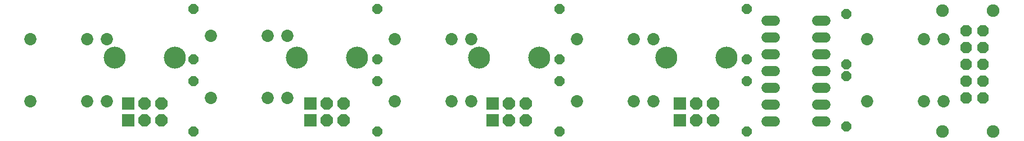
<source format=gbr>
G04 EAGLE Gerber X2 export*
%TF.Part,Single*%
%TF.FileFunction,Soldermask,Top,1*%
%TF.FilePolarity,Negative*%
%TF.GenerationSoftware,Autodesk,EAGLE,9.1.0*%
%TF.CreationDate,2018-10-14T09:45:26Z*%
G75*
%MOMM*%
%FSLAX34Y34*%
%LPD*%
%AMOC8*
5,1,8,0,0,1.08239X$1,22.5*%
G01*
%ADD10P,1.649562X8X112.500000*%
%ADD11C,1.853200*%
%ADD12R,1.853200X1.853200*%
%ADD13P,2.005885X8X292.500000*%
%ADD14C,3.319200*%
%ADD15C,1.524000*%
%ADD16C,1.903200*%
%ADD17P,1.649562X8X292.500000*%
%ADD18P,1.869504X8X112.500000*%


D10*
X1252220Y27940D03*
X1252220Y104140D03*
D11*
X1283500Y66040D03*
X1368500Y66040D03*
X1398500Y66040D03*
X1283500Y160020D03*
X1368500Y160020D03*
X1398500Y160020D03*
D10*
X1252220Y121920D03*
X1252220Y198120D03*
D12*
X170580Y62080D03*
D13*
X195580Y62080D03*
X220580Y62080D03*
D14*
X240580Y132080D03*
X150580Y132080D03*
D12*
X170580Y36680D03*
D13*
X195580Y36680D03*
X220580Y36680D03*
D11*
X23660Y160020D03*
X108660Y160020D03*
X138660Y160020D03*
X23660Y66040D03*
X108660Y66040D03*
X138660Y66040D03*
D15*
X1207516Y35560D02*
X1220724Y35560D01*
X1220724Y60960D02*
X1207516Y60960D01*
X1207516Y187960D02*
X1220724Y187960D01*
X1144524Y187960D02*
X1131316Y187960D01*
X1207516Y86360D02*
X1220724Y86360D01*
X1220724Y111760D02*
X1207516Y111760D01*
X1207516Y162560D02*
X1220724Y162560D01*
X1220724Y137160D02*
X1207516Y137160D01*
X1144524Y162560D02*
X1131316Y162560D01*
X1131316Y137160D02*
X1144524Y137160D01*
X1144524Y111760D02*
X1131316Y111760D01*
X1131316Y86360D02*
X1144524Y86360D01*
X1144524Y60960D02*
X1131316Y60960D01*
X1131316Y35560D02*
X1144524Y35560D01*
D12*
X444900Y62080D03*
D13*
X469900Y62080D03*
X494900Y62080D03*
D14*
X514900Y132080D03*
X424900Y132080D03*
D12*
X444900Y36680D03*
D13*
X469900Y36680D03*
X494900Y36680D03*
D11*
X295440Y165100D03*
X380440Y165100D03*
X410440Y165100D03*
X295440Y71120D03*
X380440Y71120D03*
X410440Y71120D03*
D12*
X719220Y62080D03*
D13*
X744220Y62080D03*
X769220Y62080D03*
D14*
X789220Y132080D03*
X699220Y132080D03*
D12*
X719220Y36680D03*
D13*
X744220Y36680D03*
X769220Y36680D03*
D11*
X572300Y160020D03*
X657300Y160020D03*
X687300Y160020D03*
X572300Y66040D03*
X657300Y66040D03*
X687300Y66040D03*
D12*
X1001160Y62080D03*
D13*
X1026160Y62080D03*
X1051160Y62080D03*
D14*
X1071160Y132080D03*
X981160Y132080D03*
D12*
X1001160Y36680D03*
D13*
X1026160Y36680D03*
X1051160Y36680D03*
D11*
X846620Y160020D03*
X931620Y160020D03*
X961620Y160020D03*
X846620Y66040D03*
X931620Y66040D03*
X961620Y66040D03*
D16*
X1473200Y20320D03*
X1397000Y20320D03*
X1397000Y203200D03*
X1473200Y203200D03*
D10*
X269240Y20320D03*
X269240Y96520D03*
D17*
X269240Y205740D03*
X269240Y129540D03*
D10*
X546100Y20320D03*
X546100Y96520D03*
D17*
X546100Y205740D03*
X546100Y129540D03*
D10*
X820420Y20320D03*
X820420Y96520D03*
D17*
X820420Y205740D03*
X820420Y129540D03*
D10*
X1102360Y20320D03*
X1102360Y96520D03*
D17*
X1102360Y205740D03*
X1102360Y129540D03*
D18*
X1457960Y71120D03*
X1457960Y96520D03*
X1457960Y121920D03*
X1457960Y147320D03*
X1457960Y172720D03*
X1432560Y71120D03*
X1432560Y96520D03*
X1432560Y121920D03*
X1432560Y147320D03*
X1432560Y172720D03*
M02*

</source>
